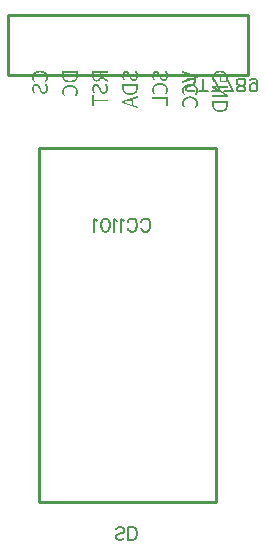
<source format=gbo>
G04 Layer: BottomSilkscreenLayer*
G04 EasyEDA v6.5.40, 2024-04-09 13:00:43*
G04 45367eb91e814c0fbe99eb78d241ce03,df7e7e3c38a3447abd37b529b333d242,10*
G04 Gerber Generator version 0.2*
G04 Scale: 100 percent, Rotated: No, Reflected: No *
G04 Dimensions in millimeters *
G04 leading zeros omitted , absolute positions ,4 integer and 5 decimal *
%FSLAX45Y45*%
%MOMM*%

%ADD10C,0.1524*%
%ADD11C,0.2540*%

%LPD*%
G36*
X1911248Y4277360D02*
G01*
X1903628Y4277106D01*
X1896313Y4276293D01*
X1889455Y4274921D01*
X1883054Y4273092D01*
X1877009Y4270756D01*
X1871472Y4268012D01*
X1866392Y4264812D01*
X1861769Y4261205D01*
X1857654Y4257192D01*
X1854047Y4252823D01*
X1850948Y4248099D01*
X1848357Y4243070D01*
X1846376Y4237786D01*
X1844903Y4232148D01*
X1843989Y4226306D01*
X1843684Y4220210D01*
X1844039Y4214520D01*
X1845056Y4209135D01*
X1846630Y4204106D01*
X1848662Y4199432D01*
X1851101Y4195165D01*
X1853793Y4191355D01*
X1856689Y4187901D01*
X1859737Y4184904D01*
X1869389Y4193082D01*
X1864207Y4198467D01*
X1860296Y4204817D01*
X1857806Y4211980D01*
X1856892Y4220006D01*
X1857349Y4226153D01*
X1858619Y4231944D01*
X1860651Y4237278D01*
X1863496Y4242206D01*
X1867052Y4246626D01*
X1871370Y4250588D01*
X1876348Y4253992D01*
X1882038Y4256836D01*
X1888337Y4259122D01*
X1895246Y4260799D01*
X1902714Y4261815D01*
X1910740Y4262120D01*
X1918919Y4261815D01*
X1926539Y4260850D01*
X1933600Y4259224D01*
X1940001Y4257040D01*
X1945792Y4254246D01*
X1950872Y4250944D01*
X1955241Y4247083D01*
X1958898Y4242714D01*
X1961794Y4237837D01*
X1963928Y4232503D01*
X1965198Y4226712D01*
X1965604Y4220514D01*
X1964639Y4211675D01*
X1961743Y4203700D01*
X1957070Y4196435D01*
X1950618Y4189780D01*
X1960067Y4181601D01*
X1964182Y4185564D01*
X1967890Y4189729D01*
X1971039Y4194200D01*
X1973681Y4198975D01*
X1975815Y4204004D01*
X1977339Y4209440D01*
X1978253Y4215130D01*
X1978558Y4221226D01*
X1978304Y4227220D01*
X1977440Y4232910D01*
X1975967Y4238396D01*
X1973986Y4243628D01*
X1971446Y4248556D01*
X1968398Y4253179D01*
X1964842Y4257497D01*
X1960727Y4261408D01*
X1956155Y4264964D01*
X1951075Y4268114D01*
X1945589Y4270857D01*
X1939594Y4273143D01*
X1933143Y4274972D01*
X1926285Y4276293D01*
X1918970Y4277106D01*
G37*
G36*
X1959254Y4171238D02*
G01*
X1949145Y4162348D01*
X1952752Y4158640D01*
X1956003Y4154627D01*
X1958797Y4150309D01*
X1961184Y4145737D01*
X1963064Y4140962D01*
X1964486Y4136034D01*
X1965350Y4130954D01*
X1965604Y4125772D01*
X1965198Y4119422D01*
X1963978Y4113784D01*
X1962048Y4108958D01*
X1959406Y4104843D01*
X1956155Y4101592D01*
X1952345Y4099255D01*
X1948027Y4097782D01*
X1943252Y4097324D01*
X1938375Y4097731D01*
X1934311Y4099001D01*
X1930857Y4101033D01*
X1927961Y4103674D01*
X1925472Y4106926D01*
X1923288Y4110685D01*
X1919122Y4119422D01*
X1908657Y4142841D01*
X1906117Y4147515D01*
X1903120Y4151985D01*
X1899513Y4156100D01*
X1895246Y4159656D01*
X1890217Y4162399D01*
X1884425Y4164228D01*
X1877771Y4164888D01*
X1872894Y4164533D01*
X1868322Y4163466D01*
X1864055Y4161790D01*
X1860092Y4159504D01*
X1856536Y4156710D01*
X1853285Y4153357D01*
X1850491Y4149496D01*
X1848154Y4145229D01*
X1846224Y4140555D01*
X1844852Y4135475D01*
X1843989Y4130141D01*
X1843684Y4124451D01*
X1843989Y4118762D01*
X1844903Y4113276D01*
X1846275Y4108043D01*
X1848205Y4103065D01*
X1850542Y4098442D01*
X1853234Y4094124D01*
X1856333Y4090162D01*
X1859737Y4086656D01*
X1869389Y4094530D01*
X1864207Y4100880D01*
X1860296Y4107891D01*
X1857806Y4115663D01*
X1856892Y4124451D01*
X1857248Y4129938D01*
X1858314Y4134865D01*
X1859991Y4139234D01*
X1862277Y4142892D01*
X1865122Y4145838D01*
X1868474Y4148074D01*
X1872386Y4149394D01*
X1876755Y4149851D01*
X1885340Y4147870D01*
X1891487Y4142790D01*
X1895856Y4135729D01*
X1899361Y4128058D01*
X1907184Y4109212D01*
X1909825Y4103776D01*
X1912721Y4098696D01*
X1916023Y4094124D01*
X1919884Y4090162D01*
X1924304Y4086860D01*
X1929485Y4084421D01*
X1935429Y4082846D01*
X1942236Y4082338D01*
X1947265Y4082643D01*
X1951989Y4083659D01*
X1956511Y4085336D01*
X1960727Y4087672D01*
X1964588Y4090568D01*
X1968042Y4094073D01*
X1971090Y4098137D01*
X1973681Y4102709D01*
X1975764Y4107840D01*
X1977288Y4113428D01*
X1978253Y4119473D01*
X1978558Y4125976D01*
X1978253Y4132834D01*
X1977237Y4139336D01*
X1975612Y4145483D01*
X1973427Y4151376D01*
X1970633Y4156862D01*
X1967331Y4162044D01*
X1963521Y4166819D01*
G37*
G36*
X2100224Y4269790D02*
G01*
X2100224Y4254754D01*
X2218131Y4254754D01*
X2218131Y4238752D01*
X2217877Y4233062D01*
X2217166Y4227728D01*
X2216048Y4222750D01*
X2214473Y4218178D01*
X2212441Y4213961D01*
X2210003Y4210151D01*
X2207158Y4206697D01*
X2203907Y4203598D01*
X2200300Y4200855D01*
X2196287Y4198518D01*
X2191867Y4196537D01*
X2187143Y4194911D01*
X2182063Y4193641D01*
X2176627Y4192778D01*
X2170836Y4192219D01*
X2164740Y4192066D01*
X2158695Y4192219D01*
X2152954Y4192778D01*
X2147570Y4193641D01*
X2142490Y4194911D01*
X2137816Y4196537D01*
X2133498Y4198518D01*
X2129586Y4200855D01*
X2125980Y4203598D01*
X2122830Y4206697D01*
X2120036Y4210151D01*
X2117699Y4213961D01*
X2115718Y4218178D01*
X2114194Y4222750D01*
X2113076Y4227728D01*
X2112416Y4233062D01*
X2112213Y4238752D01*
X2112213Y4254754D01*
X2100224Y4254754D01*
X2100224Y4237736D01*
X2100529Y4230471D01*
X2101342Y4223613D01*
X2102713Y4217212D01*
X2104593Y4211320D01*
X2106980Y4205833D01*
X2109876Y4200855D01*
X2113280Y4196283D01*
X2117191Y4192219D01*
X2121560Y4188612D01*
X2126386Y4185513D01*
X2131669Y4182872D01*
X2137410Y4180687D01*
X2143607Y4179011D01*
X2150262Y4177792D01*
X2157323Y4177029D01*
X2164740Y4176776D01*
X2172258Y4177029D01*
X2179320Y4177792D01*
X2185974Y4178960D01*
X2192274Y4180687D01*
X2198065Y4182821D01*
X2203450Y4185462D01*
X2208377Y4188612D01*
X2212848Y4192168D01*
X2216861Y4196232D01*
X2220366Y4200702D01*
X2223312Y4205681D01*
X2225802Y4211116D01*
X2227732Y4216958D01*
X2229154Y4223258D01*
X2230018Y4230065D01*
X2230272Y4237228D01*
X2230272Y4269790D01*
G37*
G36*
X2165299Y4155998D02*
G01*
X2157628Y4155694D01*
X2150313Y4154881D01*
X2143455Y4153509D01*
X2137054Y4151629D01*
X2131009Y4149293D01*
X2125472Y4146550D01*
X2120392Y4143298D01*
X2115769Y4139692D01*
X2111654Y4135678D01*
X2108047Y4131310D01*
X2104948Y4126585D01*
X2102358Y4121556D01*
X2100376Y4116273D01*
X2098903Y4110685D01*
X2097989Y4104843D01*
X2097735Y4098848D01*
X2098040Y4093108D01*
X2099056Y4087723D01*
X2100630Y4082694D01*
X2102662Y4078020D01*
X2105101Y4073753D01*
X2107793Y4069943D01*
X2110689Y4066489D01*
X2113686Y4063542D01*
X2123338Y4071620D01*
X2118207Y4077055D01*
X2114296Y4083304D01*
X2111806Y4090466D01*
X2110892Y4098544D01*
X2111349Y4104741D01*
X2112619Y4110532D01*
X2114651Y4115866D01*
X2117496Y4120794D01*
X2121052Y4125214D01*
X2125370Y4129176D01*
X2130348Y4132579D01*
X2136038Y4135424D01*
X2142337Y4137710D01*
X2149246Y4139387D01*
X2156714Y4140403D01*
X2164740Y4140758D01*
X2172919Y4140403D01*
X2180539Y4139437D01*
X2187600Y4137812D01*
X2194001Y4135628D01*
X2199792Y4132834D01*
X2204872Y4129532D01*
X2209241Y4125671D01*
X2212898Y4121302D01*
X2215794Y4116425D01*
X2217928Y4111091D01*
X2219198Y4105300D01*
X2219604Y4099051D01*
X2218639Y4090263D01*
X2215743Y4082287D01*
X2211070Y4075023D01*
X2204618Y4068318D01*
X2214067Y4060240D01*
X2218182Y4064152D01*
X2221890Y4068318D01*
X2225040Y4072788D01*
X2227681Y4077563D01*
X2229815Y4082592D01*
X2231339Y4088028D01*
X2232253Y4093718D01*
X2232558Y4099864D01*
X2232304Y4105808D01*
X2231440Y4111498D01*
X2229967Y4116984D01*
X2227986Y4122216D01*
X2225446Y4127144D01*
X2222398Y4131767D01*
X2218842Y4136085D01*
X2214727Y4139996D01*
X2210155Y4143552D01*
X2205075Y4146702D01*
X2199589Y4149445D01*
X2193594Y4151731D01*
X2187143Y4153560D01*
X2180285Y4154881D01*
X2172970Y4155694D01*
G37*
G36*
X2354224Y4269790D02*
G01*
X2354224Y4254754D01*
X2415997Y4254754D01*
X2415997Y4232198D01*
X2415590Y4224731D01*
X2414371Y4218178D01*
X2412390Y4212640D01*
X2409647Y4208018D01*
X2406040Y4204411D01*
X2401620Y4201769D01*
X2396388Y4200194D01*
X2390292Y4199636D01*
X2384145Y4200194D01*
X2379014Y4201769D01*
X2374798Y4204411D01*
X2371445Y4208018D01*
X2368956Y4212640D01*
X2367229Y4218178D01*
X2366264Y4224731D01*
X2365908Y4232198D01*
X2365908Y4254754D01*
X2354224Y4254754D01*
X2354224Y4229862D01*
X2354427Y4223461D01*
X2355088Y4217365D01*
X2356154Y4211726D01*
X2357678Y4206494D01*
X2359710Y4201718D01*
X2362301Y4197502D01*
X2365400Y4193794D01*
X2369108Y4190695D01*
X2373426Y4188256D01*
X2378405Y4186428D01*
X2383993Y4185310D01*
X2390292Y4184904D01*
X2397556Y4185462D01*
X2404008Y4187088D01*
X2409647Y4189679D01*
X2414574Y4193184D01*
X2418740Y4197553D01*
X2422093Y4202734D01*
X2424734Y4208627D01*
X2426665Y4215180D01*
X2484272Y4181398D01*
X2484272Y4198112D01*
X2428138Y4230674D01*
X2428138Y4254754D01*
X2484272Y4254754D01*
X2484272Y4269790D01*
G37*
G36*
X2467254Y4170426D02*
G01*
X2457145Y4161536D01*
X2460752Y4157878D01*
X2464003Y4153865D01*
X2466797Y4149547D01*
X2469184Y4144975D01*
X2471064Y4140200D01*
X2472486Y4135272D01*
X2473350Y4130192D01*
X2473604Y4124960D01*
X2473198Y4118660D01*
X2471978Y4113022D01*
X2470048Y4108196D01*
X2467406Y4104081D01*
X2464155Y4100829D01*
X2460345Y4098493D01*
X2456027Y4097020D01*
X2451252Y4096512D01*
X2446375Y4096969D01*
X2442311Y4098239D01*
X2438857Y4100271D01*
X2435961Y4102912D01*
X2433472Y4106164D01*
X2431288Y4109923D01*
X2427122Y4118610D01*
X2416657Y4142232D01*
X2414117Y4146854D01*
X2411120Y4151274D01*
X2407513Y4155389D01*
X2403246Y4158894D01*
X2398217Y4161637D01*
X2392426Y4163466D01*
X2385720Y4164076D01*
X2380894Y4163771D01*
X2376322Y4162755D01*
X2372055Y4161078D01*
X2368092Y4158843D01*
X2364536Y4156049D01*
X2361285Y4152696D01*
X2358491Y4148886D01*
X2356154Y4144670D01*
X2354224Y4139996D01*
X2352852Y4134967D01*
X2351989Y4129633D01*
X2351735Y4123944D01*
X2351989Y4118152D01*
X2352903Y4112615D01*
X2354275Y4107332D01*
X2356205Y4102354D01*
X2358542Y4097680D01*
X2361234Y4093362D01*
X2364333Y4089400D01*
X2367686Y4085844D01*
X2377338Y4093718D01*
X2372207Y4100169D01*
X2368296Y4107230D01*
X2365806Y4115155D01*
X2364892Y4123944D01*
X2365248Y4129328D01*
X2366314Y4134205D01*
X2367991Y4138523D01*
X2370277Y4142181D01*
X2373122Y4145127D01*
X2376474Y4147312D01*
X2380386Y4148632D01*
X2384704Y4149140D01*
X2393340Y4147159D01*
X2399436Y4142028D01*
X2403856Y4135069D01*
X2407361Y4127550D01*
X2415235Y4108500D01*
X2417826Y4103065D01*
X2420721Y4098036D01*
X2424023Y4093464D01*
X2427884Y4089501D01*
X2432304Y4086199D01*
X2437485Y4083710D01*
X2443429Y4082084D01*
X2450236Y4081526D01*
X2455265Y4081881D01*
X2459990Y4082948D01*
X2464511Y4084624D01*
X2468727Y4086961D01*
X2472588Y4089857D01*
X2476042Y4093413D01*
X2479090Y4097477D01*
X2481681Y4102049D01*
X2483764Y4107179D01*
X2485288Y4112768D01*
X2486253Y4118762D01*
X2486558Y4125264D01*
X2486253Y4132072D01*
X2485237Y4138574D01*
X2483612Y4144721D01*
X2481427Y4150614D01*
X2478633Y4156100D01*
X2475331Y4161282D01*
X2471521Y4166057D01*
G37*
G36*
X2354224Y4071924D02*
G01*
X2354224Y3977690D01*
X2366670Y3977690D01*
X2366670Y4017314D01*
X2484272Y4017314D01*
X2484272Y4032300D01*
X2366670Y4032300D01*
X2366670Y4071924D01*
G37*
G36*
X2721254Y4279188D02*
G01*
X2711145Y4270298D01*
X2714752Y4266590D01*
X2718003Y4262577D01*
X2720797Y4258310D01*
X2723184Y4253839D01*
X2725064Y4249115D01*
X2726486Y4244187D01*
X2727350Y4239158D01*
X2727604Y4233926D01*
X2727198Y4227626D01*
X2725978Y4221988D01*
X2724048Y4217060D01*
X2721406Y4212945D01*
X2718155Y4209643D01*
X2714345Y4207256D01*
X2710027Y4205732D01*
X2705252Y4205274D01*
X2700375Y4205681D01*
X2696311Y4207002D01*
X2692857Y4209034D01*
X2689961Y4211777D01*
X2687472Y4215079D01*
X2685288Y4218838D01*
X2681122Y4227576D01*
X2670657Y4250944D01*
X2668117Y4255566D01*
X2665120Y4259986D01*
X2661513Y4264101D01*
X2657246Y4267606D01*
X2652217Y4270349D01*
X2646426Y4272178D01*
X2639720Y4272838D01*
X2634894Y4272483D01*
X2630322Y4271467D01*
X2626055Y4269790D01*
X2622092Y4267555D01*
X2618536Y4264761D01*
X2615285Y4261408D01*
X2612491Y4257598D01*
X2610154Y4253382D01*
X2608224Y4248708D01*
X2606852Y4243679D01*
X2605989Y4238345D01*
X2605735Y4232706D01*
X2605989Y4226915D01*
X2606903Y4221378D01*
X2608275Y4216146D01*
X2610205Y4211167D01*
X2612542Y4206544D01*
X2615234Y4202277D01*
X2618333Y4198366D01*
X2621686Y4194810D01*
X2631338Y4202684D01*
X2626207Y4208983D01*
X2622296Y4215993D01*
X2619806Y4223867D01*
X2618892Y4232706D01*
X2619248Y4238142D01*
X2620314Y4243019D01*
X2621991Y4247337D01*
X2624277Y4250944D01*
X2627122Y4253890D01*
X2630474Y4256024D01*
X2634386Y4257395D01*
X2638704Y4257802D01*
X2647340Y4255871D01*
X2653436Y4250740D01*
X2657856Y4243781D01*
X2661361Y4236212D01*
X2669235Y4217466D01*
X2671826Y4211980D01*
X2674721Y4206849D01*
X2678023Y4202277D01*
X2681884Y4198213D01*
X2686304Y4194911D01*
X2691485Y4192422D01*
X2697429Y4190796D01*
X2704236Y4190288D01*
X2709265Y4190593D01*
X2713990Y4191660D01*
X2718511Y4193336D01*
X2722727Y4195673D01*
X2726588Y4198620D01*
X2730042Y4202125D01*
X2733090Y4206240D01*
X2735681Y4210862D01*
X2737764Y4215993D01*
X2739288Y4221581D01*
X2740253Y4227677D01*
X2740558Y4234230D01*
X2740253Y4240936D01*
X2739237Y4247388D01*
X2737612Y4253534D01*
X2735427Y4259326D01*
X2732633Y4264863D01*
X2729331Y4269994D01*
X2725521Y4274769D01*
G37*
G36*
X2608224Y4164380D02*
G01*
X2608224Y4149648D01*
X2726131Y4149648D01*
X2726131Y4133646D01*
X2725877Y4127906D01*
X2725166Y4122572D01*
X2724048Y4117594D01*
X2722473Y4112971D01*
X2720441Y4108754D01*
X2718003Y4104894D01*
X2715158Y4101439D01*
X2711907Y4098340D01*
X2708300Y4095546D01*
X2704287Y4093210D01*
X2699867Y4091178D01*
X2695143Y4089552D01*
X2690063Y4088282D01*
X2684627Y4087368D01*
X2678836Y4086809D01*
X2672740Y4086656D01*
X2666695Y4086809D01*
X2660954Y4087368D01*
X2655570Y4088282D01*
X2650490Y4089552D01*
X2645816Y4091178D01*
X2641498Y4093210D01*
X2637586Y4095546D01*
X2633980Y4098340D01*
X2630830Y4101439D01*
X2628036Y4104894D01*
X2625699Y4108754D01*
X2623718Y4112971D01*
X2622194Y4117594D01*
X2621076Y4122572D01*
X2620416Y4127906D01*
X2620213Y4133646D01*
X2620213Y4149648D01*
X2608224Y4149648D01*
X2608224Y4132326D01*
X2608529Y4125112D01*
X2609342Y4118305D01*
X2610713Y4111955D01*
X2612593Y4106062D01*
X2614980Y4100576D01*
X2617876Y4095597D01*
X2621280Y4091076D01*
X2625191Y4087063D01*
X2629560Y4083456D01*
X2634386Y4080357D01*
X2639669Y4077715D01*
X2645410Y4075531D01*
X2651607Y4073855D01*
X2658262Y4072636D01*
X2665323Y4071874D01*
X2672740Y4071620D01*
X2680258Y4071874D01*
X2687320Y4072636D01*
X2693974Y4073804D01*
X2700274Y4075531D01*
X2706065Y4077665D01*
X2711450Y4080306D01*
X2716377Y4083405D01*
X2720848Y4086961D01*
X2724861Y4091025D01*
X2728366Y4095496D01*
X2731312Y4100423D01*
X2733802Y4105808D01*
X2735732Y4111650D01*
X2737154Y4117949D01*
X2738018Y4124655D01*
X2738272Y4131818D01*
X2738272Y4164380D01*
G37*
G36*
X2738272Y4062272D02*
G01*
X2608224Y4017822D01*
X2608224Y4009644D01*
X2620467Y4009644D01*
X2620467Y4010151D01*
X2642717Y4016705D01*
X2664358Y4023664D01*
X2685745Y4030218D01*
X2685745Y3989374D01*
X2664358Y3995928D01*
X2642616Y4002989D01*
X2620467Y4009644D01*
X2608224Y4009644D01*
X2608224Y4001566D01*
X2738272Y3956812D01*
X2738272Y3972560D01*
X2697124Y3985564D01*
X2697124Y4034028D01*
X2738272Y4047540D01*
G37*
G36*
X2975254Y4279188D02*
G01*
X2965145Y4270298D01*
X2968752Y4266590D01*
X2972003Y4262577D01*
X2974797Y4258310D01*
X2977184Y4253839D01*
X2979064Y4249115D01*
X2980486Y4244187D01*
X2981350Y4239158D01*
X2981604Y4233926D01*
X2981198Y4227626D01*
X2979978Y4221988D01*
X2978048Y4217060D01*
X2975406Y4212945D01*
X2972155Y4209643D01*
X2968345Y4207256D01*
X2964027Y4205732D01*
X2959252Y4205274D01*
X2954375Y4205681D01*
X2950311Y4207002D01*
X2946857Y4209034D01*
X2943961Y4211777D01*
X2941472Y4215079D01*
X2939288Y4218838D01*
X2935122Y4227576D01*
X2924657Y4250944D01*
X2922117Y4255566D01*
X2919120Y4259986D01*
X2915513Y4264101D01*
X2911246Y4267606D01*
X2906217Y4270349D01*
X2900426Y4272178D01*
X2893720Y4272838D01*
X2888894Y4272483D01*
X2884322Y4271467D01*
X2880055Y4269790D01*
X2876092Y4267555D01*
X2872536Y4264761D01*
X2869285Y4261408D01*
X2866491Y4257598D01*
X2864154Y4253382D01*
X2862224Y4248708D01*
X2860852Y4243679D01*
X2859989Y4238345D01*
X2859735Y4232706D01*
X2859989Y4226915D01*
X2860903Y4221378D01*
X2862275Y4216146D01*
X2864205Y4211167D01*
X2866542Y4206544D01*
X2869234Y4202277D01*
X2872333Y4198366D01*
X2875686Y4194810D01*
X2885338Y4202684D01*
X2880207Y4208983D01*
X2876296Y4215993D01*
X2873806Y4223867D01*
X2872892Y4232706D01*
X2873248Y4238142D01*
X2874314Y4243019D01*
X2875991Y4247337D01*
X2878277Y4250944D01*
X2881122Y4253890D01*
X2884474Y4256024D01*
X2888386Y4257395D01*
X2892704Y4257802D01*
X2901340Y4255871D01*
X2907436Y4250740D01*
X2911856Y4243781D01*
X2915361Y4236212D01*
X2923235Y4217466D01*
X2925826Y4211980D01*
X2928721Y4206849D01*
X2932023Y4202277D01*
X2935884Y4198213D01*
X2940304Y4194911D01*
X2945485Y4192422D01*
X2951429Y4190796D01*
X2958236Y4190288D01*
X2963265Y4190593D01*
X2967990Y4191660D01*
X2972511Y4193336D01*
X2976727Y4195673D01*
X2980588Y4198620D01*
X2984042Y4202125D01*
X2987090Y4206240D01*
X2989681Y4210862D01*
X2991764Y4215993D01*
X2993288Y4221581D01*
X2994253Y4227677D01*
X2994558Y4234230D01*
X2994253Y4240936D01*
X2993237Y4247388D01*
X2991612Y4253534D01*
X2989427Y4259326D01*
X2986633Y4264863D01*
X2983331Y4269994D01*
X2979521Y4274769D01*
G37*
G36*
X2927299Y4172000D02*
G01*
X2919628Y4171696D01*
X2912313Y4170883D01*
X2905455Y4169511D01*
X2899054Y4167682D01*
X2893009Y4165396D01*
X2887472Y4162602D01*
X2882392Y4159402D01*
X2877769Y4155795D01*
X2873654Y4151833D01*
X2870047Y4147464D01*
X2866948Y4142790D01*
X2864358Y4137812D01*
X2862376Y4132478D01*
X2860903Y4126941D01*
X2859989Y4121099D01*
X2859735Y4115054D01*
X2860040Y4109262D01*
X2861056Y4103827D01*
X2862630Y4098798D01*
X2864662Y4094175D01*
X2867101Y4089908D01*
X2869793Y4086047D01*
X2872689Y4082592D01*
X2875686Y4079494D01*
X2885338Y4087672D01*
X2880207Y4093159D01*
X2876296Y4099509D01*
X2873806Y4106722D01*
X2872892Y4114850D01*
X2873349Y4120997D01*
X2874619Y4126788D01*
X2876651Y4132122D01*
X2879496Y4137050D01*
X2883052Y4141470D01*
X2887370Y4145432D01*
X2892348Y4148836D01*
X2898038Y4151680D01*
X2904337Y4153966D01*
X2911246Y4155643D01*
X2918714Y4156659D01*
X2926740Y4157014D01*
X2934919Y4156659D01*
X2942539Y4155694D01*
X2949600Y4154068D01*
X2956001Y4151884D01*
X2961792Y4149090D01*
X2966872Y4145787D01*
X2971241Y4141927D01*
X2974898Y4137558D01*
X2977794Y4132681D01*
X2979928Y4127347D01*
X2981198Y4121556D01*
X2981604Y4115358D01*
X2980639Y4106367D01*
X2977743Y4098442D01*
X2973070Y4091279D01*
X2966618Y4084624D01*
X2976067Y4076496D01*
X2980182Y4080408D01*
X2983890Y4084574D01*
X2987040Y4088993D01*
X2989681Y4093718D01*
X2991815Y4098747D01*
X2993339Y4104132D01*
X2994253Y4109923D01*
X2994558Y4116070D01*
X2994304Y4122013D01*
X2993440Y4127754D01*
X2991967Y4133240D01*
X2989986Y4138422D01*
X2987446Y4143349D01*
X2984398Y4147972D01*
X2980842Y4152239D01*
X2976727Y4156151D01*
X2972155Y4159656D01*
X2967075Y4162806D01*
X2961589Y4165498D01*
X2955594Y4167784D01*
X2949143Y4169562D01*
X2942285Y4170883D01*
X2934970Y4171696D01*
G37*
G36*
X2862224Y4051554D02*
G01*
X2862224Y4036872D01*
X2979877Y4036872D01*
X2979877Y3979418D01*
X2992272Y3979418D01*
X2992272Y4051554D01*
G37*
G36*
X3116224Y4274820D02*
G01*
X3116224Y4259326D01*
X3231083Y4224528D01*
X3231083Y4223816D01*
X3116224Y4189476D01*
X3116224Y4174540D01*
X3246272Y4216196D01*
X3246272Y4232910D01*
G37*
G36*
X3181299Y4165854D02*
G01*
X3173628Y4165600D01*
X3166313Y4164787D01*
X3159455Y4163415D01*
X3153054Y4161536D01*
X3147009Y4159199D01*
X3141472Y4156456D01*
X3136392Y4153204D01*
X3131769Y4149598D01*
X3127654Y4145584D01*
X3124047Y4141215D01*
X3120948Y4136491D01*
X3118358Y4131462D01*
X3116376Y4126179D01*
X3114903Y4120591D01*
X3113989Y4114749D01*
X3113735Y4108704D01*
X3114040Y4103014D01*
X3115056Y4097629D01*
X3116630Y4092600D01*
X3118662Y4087926D01*
X3121101Y4083659D01*
X3123793Y4079849D01*
X3126689Y4076395D01*
X3129686Y4073448D01*
X3139338Y4081526D01*
X3134207Y4086961D01*
X3130296Y4093210D01*
X3127806Y4100372D01*
X3126892Y4108500D01*
X3127349Y4114647D01*
X3128619Y4120438D01*
X3130651Y4125772D01*
X3133496Y4130700D01*
X3137052Y4135120D01*
X3141370Y4139082D01*
X3146348Y4142486D01*
X3152038Y4145330D01*
X3158337Y4147616D01*
X3165246Y4149293D01*
X3172714Y4150309D01*
X3180740Y4150664D01*
X3188919Y4150309D01*
X3196539Y4149344D01*
X3203600Y4147718D01*
X3210001Y4145534D01*
X3215792Y4142740D01*
X3220872Y4139437D01*
X3225241Y4135577D01*
X3228898Y4131208D01*
X3231794Y4126331D01*
X3233928Y4120997D01*
X3235198Y4115206D01*
X3235604Y4109008D01*
X3234639Y4100169D01*
X3231743Y4092194D01*
X3227070Y4084929D01*
X3220618Y4078274D01*
X3230067Y4070146D01*
X3234182Y4074058D01*
X3237890Y4078224D01*
X3241040Y4082694D01*
X3243681Y4087469D01*
X3245815Y4092498D01*
X3247339Y4097934D01*
X3248253Y4103624D01*
X3248558Y4109720D01*
X3248304Y4115714D01*
X3247440Y4121404D01*
X3245967Y4126890D01*
X3243986Y4132122D01*
X3241446Y4137050D01*
X3238398Y4141673D01*
X3234842Y4145991D01*
X3230727Y4149902D01*
X3226155Y4153458D01*
X3221075Y4156608D01*
X3215589Y4159351D01*
X3209594Y4161637D01*
X3203143Y4163466D01*
X3196285Y4164787D01*
X3188970Y4165600D01*
G37*
G36*
X3181299Y4058412D02*
G01*
X3173628Y4058158D01*
X3166313Y4057345D01*
X3159455Y4055973D01*
X3153054Y4054144D01*
X3147009Y4051808D01*
X3141472Y4049064D01*
X3136392Y4045864D01*
X3131769Y4042257D01*
X3127654Y4038244D01*
X3124047Y4033875D01*
X3120948Y4029151D01*
X3118358Y4024172D01*
X3116376Y4018838D01*
X3114903Y4013200D01*
X3113989Y4007358D01*
X3113735Y4001262D01*
X3114040Y3995572D01*
X3115056Y3990187D01*
X3116630Y3985158D01*
X3118662Y3980484D01*
X3121101Y3976217D01*
X3123793Y3972407D01*
X3126689Y3968953D01*
X3129686Y3966006D01*
X3139338Y3974084D01*
X3134207Y3979519D01*
X3130296Y3985869D01*
X3127806Y3993032D01*
X3126892Y4001058D01*
X3127349Y4007205D01*
X3128619Y4012996D01*
X3130651Y4018330D01*
X3133496Y4023258D01*
X3137052Y4027678D01*
X3141370Y4031640D01*
X3146348Y4035044D01*
X3152038Y4037888D01*
X3158337Y4040174D01*
X3165246Y4041851D01*
X3172714Y4042867D01*
X3180740Y4043222D01*
X3188919Y4042867D01*
X3196539Y4041901D01*
X3203600Y4040276D01*
X3210001Y4038092D01*
X3215792Y4035298D01*
X3220872Y4031996D01*
X3225241Y4028135D01*
X3228898Y4023766D01*
X3231794Y4018889D01*
X3233928Y4013555D01*
X3235198Y4007764D01*
X3235604Y4001566D01*
X3234639Y3992727D01*
X3231743Y3984751D01*
X3227070Y3977487D01*
X3220618Y3970832D01*
X3230067Y3962654D01*
X3234182Y3966616D01*
X3237890Y3970782D01*
X3241040Y3975252D01*
X3243681Y3980027D01*
X3245815Y3985056D01*
X3247339Y3990492D01*
X3248253Y3996182D01*
X3248558Y4002278D01*
X3248304Y4008272D01*
X3247440Y4013962D01*
X3245967Y4019448D01*
X3243986Y4024680D01*
X3241446Y4029608D01*
X3238398Y4034231D01*
X3234842Y4038549D01*
X3230727Y4042460D01*
X3226155Y4046016D01*
X3221075Y4049166D01*
X3215589Y4051909D01*
X3209594Y4054195D01*
X3203143Y4056024D01*
X3196285Y4057345D01*
X3188970Y4058158D01*
G37*
G36*
X3435299Y4277360D02*
G01*
X3427628Y4277106D01*
X3420313Y4276242D01*
X3413455Y4274870D01*
X3407054Y4272940D01*
X3401009Y4270552D01*
X3395472Y4267708D01*
X3390392Y4264406D01*
X3385769Y4260646D01*
X3381654Y4256532D01*
X3378047Y4252010D01*
X3374948Y4247134D01*
X3372358Y4241901D01*
X3370376Y4236415D01*
X3368903Y4230573D01*
X3367989Y4224528D01*
X3367735Y4218178D01*
X3368090Y4211828D01*
X3369157Y4205935D01*
X3370783Y4200601D01*
X3372865Y4195775D01*
X3375304Y4191406D01*
X3377996Y4187545D01*
X3380841Y4184091D01*
X3383686Y4181094D01*
X3393338Y4189272D01*
X3388410Y4194606D01*
X3384499Y4201007D01*
X3381857Y4208729D01*
X3380892Y4217974D01*
X3381349Y4224477D01*
X3382619Y4230573D01*
X3384651Y4236212D01*
X3387496Y4241393D01*
X3391052Y4246016D01*
X3395370Y4250131D01*
X3400348Y4253687D01*
X3406038Y4256684D01*
X3412337Y4259021D01*
X3419246Y4260748D01*
X3426714Y4261815D01*
X3434740Y4262120D01*
X3442919Y4261815D01*
X3450539Y4260850D01*
X3457600Y4259224D01*
X3464001Y4256938D01*
X3469792Y4254093D01*
X3474872Y4250639D01*
X3479241Y4246575D01*
X3482898Y4241952D01*
X3485794Y4236770D01*
X3487928Y4231030D01*
X3489198Y4224731D01*
X3489604Y4217974D01*
X3489096Y4210659D01*
X3487470Y4203903D01*
X3484930Y4198010D01*
X3481527Y4193286D01*
X3445967Y4193286D01*
X3445967Y4221530D01*
X3433724Y4221530D01*
X3433724Y4179570D01*
X3487572Y4179570D01*
X3490772Y4182973D01*
X3493668Y4186885D01*
X3496259Y4191254D01*
X3498443Y4196080D01*
X3500170Y4201312D01*
X3501491Y4206900D01*
X3502304Y4212894D01*
X3502558Y4219194D01*
X3502304Y4225493D01*
X3501440Y4231487D01*
X3499967Y4237228D01*
X3497986Y4242663D01*
X3495446Y4247794D01*
X3492398Y4252569D01*
X3488842Y4256989D01*
X3484727Y4261053D01*
X3480155Y4264710D01*
X3475075Y4267962D01*
X3469589Y4270756D01*
X3463594Y4273092D01*
X3457143Y4274921D01*
X3450285Y4276293D01*
X3442970Y4277106D01*
G37*
G36*
X3370224Y4148124D02*
G01*
X3370224Y4132834D01*
X3454349Y4083608D01*
X3480968Y4069638D01*
X3480968Y4068826D01*
X3455771Y4070248D01*
X3445611Y4070604D01*
X3370224Y4070604D01*
X3370224Y4056634D01*
X3500272Y4056634D01*
X3500272Y4071924D01*
X3415995Y4120946D01*
X3389274Y4135120D01*
X3389274Y4135932D01*
X3408934Y4134713D01*
X3428949Y4134104D01*
X3500272Y4134104D01*
X3500272Y4148124D01*
G37*
G36*
X3370224Y4020312D02*
G01*
X3370224Y4005630D01*
X3488131Y4005630D01*
X3488131Y3989578D01*
X3487877Y3983888D01*
X3487165Y3978554D01*
X3486048Y3973576D01*
X3484473Y3968953D01*
X3482441Y3964736D01*
X3480003Y3960876D01*
X3477158Y3957421D01*
X3473907Y3954322D01*
X3470300Y3951528D01*
X3466287Y3949192D01*
X3461867Y3947160D01*
X3457143Y3945534D01*
X3452063Y3944264D01*
X3446627Y3943350D01*
X3440836Y3942791D01*
X3434740Y3942638D01*
X3428695Y3942791D01*
X3422954Y3943350D01*
X3417570Y3944264D01*
X3412490Y3945534D01*
X3407816Y3947160D01*
X3403498Y3949192D01*
X3399586Y3951528D01*
X3395979Y3954322D01*
X3392830Y3957421D01*
X3390036Y3960876D01*
X3387699Y3964736D01*
X3385718Y3968953D01*
X3384194Y3973576D01*
X3383076Y3978554D01*
X3382416Y3983888D01*
X3382213Y3989578D01*
X3382213Y4005630D01*
X3370224Y4005630D01*
X3370224Y3988358D01*
X3370529Y3981094D01*
X3371342Y3974287D01*
X3372713Y3967937D01*
X3374593Y3962044D01*
X3376980Y3956558D01*
X3379876Y3951579D01*
X3383279Y3947058D01*
X3387191Y3943045D01*
X3391560Y3939438D01*
X3396386Y3936339D01*
X3401669Y3933698D01*
X3407410Y3931513D01*
X3413607Y3929837D01*
X3420262Y3928618D01*
X3427323Y3927856D01*
X3434740Y3927601D01*
X3442258Y3927856D01*
X3449320Y3928618D01*
X3455974Y3929786D01*
X3462274Y3931513D01*
X3468065Y3933647D01*
X3473450Y3936288D01*
X3478377Y3939387D01*
X3482848Y3942943D01*
X3486861Y3947007D01*
X3490366Y3951478D01*
X3493312Y3956405D01*
X3495801Y3961790D01*
X3497732Y3967632D01*
X3499154Y3973931D01*
X3500018Y3980637D01*
X3500272Y3987850D01*
X3500272Y4020312D01*
G37*
D10*
X2625343Y319278D02*
G01*
X2614929Y308863D01*
X2599436Y303784D01*
X2578608Y303784D01*
X2563113Y308863D01*
X2552700Y319278D01*
X2552700Y329692D01*
X2557779Y340105D01*
X2563113Y345439D01*
X2573527Y350520D01*
X2604770Y360934D01*
X2614929Y366013D01*
X2620263Y371347D01*
X2625343Y381762D01*
X2625343Y397255D01*
X2614929Y407670D01*
X2599436Y412750D01*
X2578608Y412750D01*
X2563113Y407670D01*
X2552700Y397255D01*
X2659634Y303784D02*
G01*
X2659634Y412750D01*
X2659634Y303784D02*
G01*
X2696209Y303784D01*
X2711704Y308863D01*
X2722118Y319278D01*
X2727197Y329692D01*
X2732531Y345439D01*
X2732531Y371347D01*
X2727197Y386842D01*
X2722118Y397255D01*
X2711704Y407670D01*
X2696209Y412750D01*
X2659634Y412750D01*
X2766822Y2997707D02*
G01*
X2772156Y3008121D01*
X2782570Y3018536D01*
X2792729Y3023615D01*
X2813558Y3023615D01*
X2823972Y3018536D01*
X2834386Y3008121D01*
X2839720Y2997707D01*
X2844800Y2981960D01*
X2844800Y2956052D01*
X2839720Y2940557D01*
X2834386Y2930144D01*
X2823972Y2919729D01*
X2813558Y2914650D01*
X2792729Y2914650D01*
X2782570Y2919729D01*
X2772156Y2930144D01*
X2766822Y2940557D01*
X2654554Y2997707D02*
G01*
X2659888Y3008121D01*
X2670302Y3018536D01*
X2680715Y3023615D01*
X2701290Y3023615D01*
X2711704Y3018536D01*
X2722118Y3008121D01*
X2727452Y2997707D01*
X2732531Y2981960D01*
X2732531Y2956052D01*
X2727452Y2940557D01*
X2722118Y2930144D01*
X2711704Y2919729D01*
X2701290Y2914650D01*
X2680715Y2914650D01*
X2670302Y2919729D01*
X2659888Y2930144D01*
X2654554Y2940557D01*
X2620263Y3002787D02*
G01*
X2609850Y3008121D01*
X2594356Y3023615D01*
X2594356Y2914650D01*
X2560065Y3002787D02*
G01*
X2549652Y3008121D01*
X2534158Y3023615D01*
X2534158Y2914650D01*
X2468625Y3023615D02*
G01*
X2484120Y3018536D01*
X2494534Y3002787D01*
X2499868Y2976879D01*
X2499868Y2961386D01*
X2494534Y2935223D01*
X2484120Y2919729D01*
X2468625Y2914650D01*
X2458211Y2914650D01*
X2442718Y2919729D01*
X2432304Y2935223D01*
X2426970Y2961386D01*
X2426970Y2976879D01*
X2432304Y3002787D01*
X2442718Y3018536D01*
X2458211Y3023615D01*
X2468625Y3023615D01*
X2392679Y3002787D02*
G01*
X2382520Y3008121D01*
X2366772Y3023615D01*
X2366772Y2914650D01*
X3222335Y4116646D02*
G01*
X3211944Y4106255D01*
X3196358Y4101061D01*
X3175576Y4101061D01*
X3159991Y4106255D01*
X3149600Y4116646D01*
X3149600Y4127037D01*
X3154794Y4137428D01*
X3159991Y4142625D01*
X3170382Y4147820D01*
X3201555Y4158211D01*
X3211944Y4163405D01*
X3217141Y4168602D01*
X3222335Y4178993D01*
X3222335Y4194578D01*
X3211944Y4204970D01*
X3196358Y4210164D01*
X3175576Y4210164D01*
X3159991Y4204970D01*
X3149600Y4194578D01*
X3292995Y4101061D02*
G01*
X3292995Y4210164D01*
X3256625Y4101061D02*
G01*
X3329363Y4101061D01*
X3436388Y4101061D02*
G01*
X3384435Y4210164D01*
X3363653Y4101061D02*
G01*
X3436388Y4101061D01*
X3543414Y4101061D02*
G01*
X3491461Y4210164D01*
X3470678Y4101061D02*
G01*
X3543414Y4101061D01*
X3603683Y4101061D02*
G01*
X3588095Y4106255D01*
X3582901Y4116646D01*
X3582901Y4127037D01*
X3588095Y4137428D01*
X3598486Y4142625D01*
X3619268Y4147820D01*
X3634854Y4153014D01*
X3645245Y4163405D01*
X3650442Y4173796D01*
X3650442Y4189384D01*
X3645245Y4199775D01*
X3640051Y4204970D01*
X3624465Y4210164D01*
X3603683Y4210164D01*
X3588095Y4204970D01*
X3582901Y4199775D01*
X3577704Y4189384D01*
X3577704Y4173796D01*
X3582901Y4163405D01*
X3593292Y4153014D01*
X3608877Y4147820D01*
X3629659Y4142625D01*
X3640051Y4137428D01*
X3645245Y4127037D01*
X3645245Y4116646D01*
X3640051Y4106255D01*
X3624465Y4101061D01*
X3603683Y4101061D01*
X3752273Y4137428D02*
G01*
X3747076Y4153014D01*
X3736685Y4163405D01*
X3721100Y4168602D01*
X3715905Y4168602D01*
X3700317Y4163405D01*
X3689926Y4153014D01*
X3684732Y4137428D01*
X3684732Y4132234D01*
X3689926Y4116646D01*
X3700317Y4106255D01*
X3715905Y4101061D01*
X3721100Y4101061D01*
X3736685Y4106255D01*
X3747076Y4116646D01*
X3752273Y4137428D01*
X3752273Y4163405D01*
X3747076Y4189384D01*
X3736685Y4204970D01*
X3721100Y4210164D01*
X3710708Y4210164D01*
X3695123Y4204970D01*
X3689926Y4194578D01*
D11*
X1905000Y620903D02*
G01*
X3403600Y620903D01*
X3403600Y3620896D01*
X1905000Y3620896D01*
X1905000Y620903D01*
X1638300Y4749800D02*
G01*
X1638300Y4241800D01*
X3670300Y4241800D01*
X3670300Y4749800D01*
X1638300Y4749800D01*
M02*

</source>
